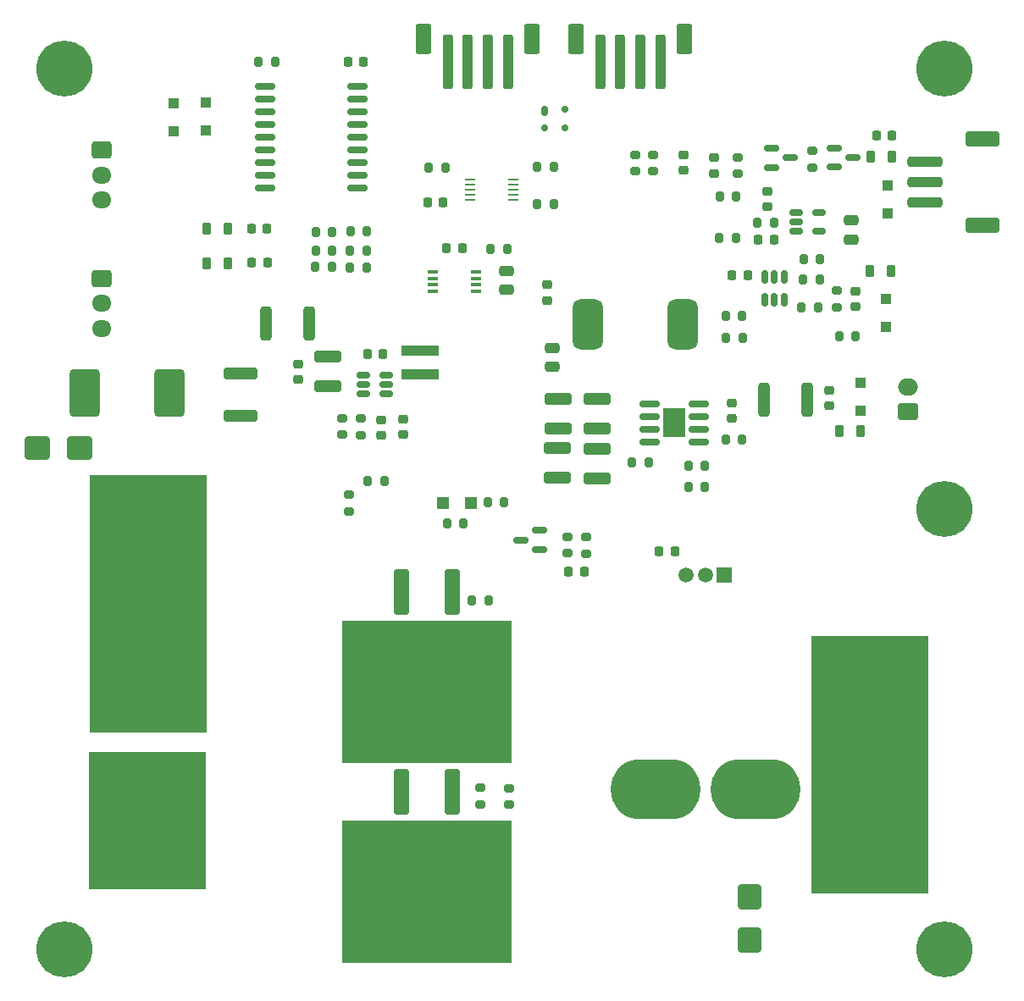
<source format=gbr>
%TF.GenerationSoftware,KiCad,Pcbnew,8.0.5*%
%TF.CreationDate,2024-11-15T14:42:50+00:00*%
%TF.ProjectId,PA_Power_V1,50415f50-6f77-4657-925f-56312e6b6963,rev?*%
%TF.SameCoordinates,Original*%
%TF.FileFunction,Soldermask,Top*%
%TF.FilePolarity,Negative*%
%FSLAX46Y46*%
G04 Gerber Fmt 4.6, Leading zero omitted, Abs format (unit mm)*
G04 Created by KiCad (PCBNEW 8.0.5) date 2024-11-15 14:42:50*
%MOMM*%
%LPD*%
G01*
G04 APERTURE LIST*
G04 Aperture macros list*
%AMRoundRect*
0 Rectangle with rounded corners*
0 $1 Rounding radius*
0 $2 $3 $4 $5 $6 $7 $8 $9 X,Y pos of 4 corners*
0 Add a 4 corners polygon primitive as box body*
4,1,4,$2,$3,$4,$5,$6,$7,$8,$9,$2,$3,0*
0 Add four circle primitives for the rounded corners*
1,1,$1+$1,$2,$3*
1,1,$1+$1,$4,$5*
1,1,$1+$1,$6,$7*
1,1,$1+$1,$8,$9*
0 Add four rect primitives between the rounded corners*
20,1,$1+$1,$2,$3,$4,$5,0*
20,1,$1+$1,$4,$5,$6,$7,0*
20,1,$1+$1,$6,$7,$8,$9,0*
20,1,$1+$1,$8,$9,$2,$3,0*%
%AMHorizOval*
0 Thick line with rounded ends*
0 $1 width*
0 $2 $3 position (X,Y) of the first rounded end (center of the circle)*
0 $4 $5 position (X,Y) of the second rounded end (center of the circle)*
0 Add line between two ends*
20,1,$1,$2,$3,$4,$5,0*
0 Add two circle primitives to create the rounded ends*
1,1,$1,$2,$3*
1,1,$1,$4,$5*%
G04 Aperture macros list end*
%ADD10RoundRect,0.200000X-0.200000X-0.275000X0.200000X-0.275000X0.200000X0.275000X-0.200000X0.275000X0*%
%ADD11RoundRect,0.200000X-0.275000X0.200000X-0.275000X-0.200000X0.275000X-0.200000X0.275000X0.200000X0*%
%ADD12RoundRect,0.218750X-0.218750X-0.381250X0.218750X-0.381250X0.218750X0.381250X-0.218750X0.381250X0*%
%ADD13RoundRect,0.250000X1.450000X-0.312500X1.450000X0.312500X-1.450000X0.312500X-1.450000X-0.312500X0*%
%ADD14RoundRect,0.225000X0.225000X0.250000X-0.225000X0.250000X-0.225000X-0.250000X0.225000X-0.250000X0*%
%ADD15RoundRect,0.150000X-0.587500X-0.150000X0.587500X-0.150000X0.587500X0.150000X-0.587500X0.150000X0*%
%ADD16RoundRect,0.200000X0.200000X0.275000X-0.200000X0.275000X-0.200000X-0.275000X0.200000X-0.275000X0*%
%ADD17RoundRect,0.225000X0.250000X-0.225000X0.250000X0.225000X-0.250000X0.225000X-0.250000X-0.225000X0*%
%ADD18RoundRect,0.250000X-0.475000X0.250000X-0.475000X-0.250000X0.475000X-0.250000X0.475000X0.250000X0*%
%ADD19RoundRect,0.250000X1.500000X-0.250000X1.500000X0.250000X-1.500000X0.250000X-1.500000X-0.250000X0*%
%ADD20RoundRect,0.250001X1.449999X-0.499999X1.449999X0.499999X-1.449999X0.499999X-1.449999X-0.499999X0*%
%ADD21RoundRect,0.250000X1.100000X-0.325000X1.100000X0.325000X-1.100000X0.325000X-1.100000X-0.325000X0*%
%ADD22RoundRect,0.250000X-0.725000X0.600000X-0.725000X-0.600000X0.725000X-0.600000X0.725000X0.600000X0*%
%ADD23O,1.950000X1.700000*%
%ADD24RoundRect,0.150000X-0.512500X-0.150000X0.512500X-0.150000X0.512500X0.150000X-0.512500X0.150000X0*%
%ADD25RoundRect,0.375000X-1.125000X-2.000000X1.125000X-2.000000X1.125000X2.000000X-1.125000X2.000000X0*%
%ADD26R,3.700000X0.980000*%
%ADD27RoundRect,0.150000X-0.825000X-0.150000X0.825000X-0.150000X0.825000X0.150000X-0.825000X0.150000X0*%
%ADD28R,2.290000X3.000000*%
%ADD29RoundRect,0.225000X-0.225000X-0.250000X0.225000X-0.250000X0.225000X0.250000X-0.225000X0.250000X0*%
%ADD30RoundRect,0.200000X0.275000X-0.200000X0.275000X0.200000X-0.275000X0.200000X-0.275000X-0.200000X0*%
%ADD31RoundRect,0.218750X0.218750X0.381250X-0.218750X0.381250X-0.218750X-0.381250X0.218750X-0.381250X0*%
%ADD32RoundRect,0.250000X-1.100000X0.325000X-1.100000X-0.325000X1.100000X-0.325000X1.100000X0.325000X0*%
%ADD33RoundRect,0.400000X-0.400000X1.900000X-0.400000X-1.900000X0.400000X-1.900000X0.400000X1.900000X0*%
%ADD34R,17.000000X14.200000*%
%ADD35RoundRect,0.250000X-0.900000X1.000000X-0.900000X-1.000000X0.900000X-1.000000X0.900000X1.000000X0*%
%ADD36RoundRect,0.250000X0.750000X-0.600000X0.750000X0.600000X-0.750000X0.600000X-0.750000X-0.600000X0*%
%ADD37O,2.000000X1.700000*%
%ADD38R,1.100000X0.250000*%
%ADD39C,1.524000*%
%ADD40C,2.500000*%
%ADD41R,11.800000X25.800000*%
%ADD42RoundRect,0.250000X0.475000X-0.250000X0.475000X0.250000X-0.475000X0.250000X-0.475000X-0.250000X0*%
%ADD43RoundRect,0.225000X-0.250000X0.225000X-0.250000X-0.225000X0.250000X-0.225000X0.250000X0.225000X0*%
%ADD44C,5.600000*%
%ADD45RoundRect,0.250000X-0.300000X0.300000X-0.300000X-0.300000X0.300000X-0.300000X0.300000X0.300000X0*%
%ADD46RoundRect,0.218750X0.256250X-0.218750X0.256250X0.218750X-0.256250X0.218750X-0.256250X-0.218750X0*%
%ADD47R,1.200000X1.200000*%
%ADD48RoundRect,0.750000X0.750000X1.750000X-0.750000X1.750000X-0.750000X-1.750000X0.750000X-1.750000X0*%
%ADD49R,1.500000X1.500000*%
%ADD50C,1.500000*%
%ADD51HorizOval,0.800000X0.000000X0.000000X0.000000X0.000000X0*%
%ADD52HorizOval,0.800000X0.000000X0.000000X0.000000X0.000000X0*%
%ADD53C,0.800000*%
%ADD54O,9.000000X6.000000*%
%ADD55RoundRect,0.150000X-0.150000X0.512500X-0.150000X-0.512500X0.150000X-0.512500X0.150000X0.512500X0*%
%ADD56RoundRect,0.250000X0.300000X-0.300000X0.300000X0.300000X-0.300000X0.300000X-0.300000X-0.300000X0*%
%ADD57RoundRect,0.250000X1.000000X0.900000X-1.000000X0.900000X-1.000000X-0.900000X1.000000X-0.900000X0*%
%ADD58R,1.100000X0.400000*%
%ADD59RoundRect,0.150000X-0.875000X-0.150000X0.875000X-0.150000X0.875000X0.150000X-0.875000X0.150000X0*%
%ADD60RoundRect,0.250000X0.312500X1.450000X-0.312500X1.450000X-0.312500X-1.450000X0.312500X-1.450000X0*%
%ADD61RoundRect,0.250000X-0.250000X-2.500000X0.250000X-2.500000X0.250000X2.500000X-0.250000X2.500000X0*%
%ADD62RoundRect,0.250000X-0.550000X-1.250000X0.550000X-1.250000X0.550000X1.250000X-0.550000X1.250000X0*%
%ADD63RoundRect,0.218750X0.218750X0.256250X-0.218750X0.256250X-0.218750X-0.256250X0.218750X-0.256250X0*%
%ADD64RoundRect,0.150000X0.587500X0.150000X-0.587500X0.150000X-0.587500X-0.150000X0.587500X-0.150000X0*%
%ADD65R,11.800000X13.800000*%
%ADD66RoundRect,0.218750X-0.218750X-0.256250X0.218750X-0.256250X0.218750X0.256250X-0.218750X0.256250X0*%
%ADD67RoundRect,0.175000X-0.175000X-0.325000X0.175000X-0.325000X0.175000X0.325000X-0.175000X0.325000X0*%
%ADD68RoundRect,0.150000X-0.200000X-0.150000X0.200000X-0.150000X0.200000X0.150000X-0.200000X0.150000X0*%
G04 APERTURE END LIST*
D10*
%TO.C,R22*%
X78260000Y-39490000D03*
X79910000Y-39490000D03*
%TD*%
D11*
%TO.C,R6*%
X72580000Y-97865000D03*
X72580000Y-99515000D03*
%TD*%
D12*
%TO.C,L7*%
X111547500Y-46220000D03*
X113672500Y-46220000D03*
%TD*%
D13*
%TO.C,F3*%
X48620000Y-60697500D03*
X48620000Y-56422500D03*
%TD*%
D14*
%TO.C,C11*%
X92015000Y-74250000D03*
X90465000Y-74250000D03*
%TD*%
D15*
%TO.C,Q5*%
X107940000Y-33900000D03*
X107940000Y-35800000D03*
X109815000Y-34850000D03*
%TD*%
D14*
%TO.C,C21*%
X99295000Y-46600000D03*
X97745000Y-46600000D03*
%TD*%
D16*
%TO.C,R27*%
X57730000Y-45800000D03*
X56080000Y-45800000D03*
%TD*%
D17*
%TO.C,C18*%
X107470000Y-59660000D03*
X107470000Y-58110000D03*
%TD*%
D18*
%TO.C,C6*%
X75230000Y-46200000D03*
X75230000Y-48100000D03*
%TD*%
D19*
%TO.C,J9*%
X117060000Y-39310000D03*
X117060000Y-37310000D03*
X117060000Y-35310000D03*
D20*
X122810000Y-41660000D03*
X122810000Y-32960000D03*
%TD*%
D21*
%TO.C,C14*%
X84220000Y-66925000D03*
X84220000Y-63975000D03*
%TD*%
D11*
%TO.C,TH1*%
X75420000Y-97895000D03*
X75420000Y-99545000D03*
%TD*%
D16*
%TO.C,R33*%
X106352500Y-49850000D03*
X104702500Y-49850000D03*
%TD*%
D22*
%TO.C,J6*%
X34760000Y-46950000D03*
D23*
X34760000Y-49450000D03*
X34760000Y-51950000D03*
%TD*%
D24*
%TO.C,U7*%
X104160000Y-40330000D03*
X104160000Y-41280000D03*
X104160000Y-42230000D03*
X106435000Y-42230000D03*
X106435000Y-40330000D03*
%TD*%
D25*
%TO.C,F1*%
X33000000Y-58410000D03*
X41500000Y-58410000D03*
%TD*%
D26*
%TO.C,L1*%
X66600000Y-56570000D03*
X66600000Y-54200000D03*
%TD*%
D27*
%TO.C,U2*%
X89495000Y-59485000D03*
X89495000Y-60755000D03*
X89495000Y-62025000D03*
X89495000Y-63295000D03*
X94445000Y-63295000D03*
X94445000Y-62025000D03*
X94445000Y-60755000D03*
X94445000Y-59485000D03*
D28*
X91970000Y-61390000D03*
%TD*%
D29*
%TO.C,C24*%
X112165000Y-32660000D03*
X113715000Y-32660000D03*
%TD*%
D30*
%TO.C,R24*%
X88110000Y-36215000D03*
X88110000Y-34565000D03*
%TD*%
D10*
%TO.C,R38*%
X108440000Y-52690000D03*
X110090000Y-52690000D03*
%TD*%
D12*
%TO.C,L6*%
X111637500Y-34770000D03*
X113762500Y-34770000D03*
%TD*%
D10*
%TO.C,R3*%
X87735000Y-65360000D03*
X89385000Y-65360000D03*
%TD*%
D31*
%TO.C,L4*%
X47322500Y-41940000D03*
X45197500Y-41940000D03*
%TD*%
D32*
%TO.C,C5*%
X80380000Y-58960000D03*
X80380000Y-61910000D03*
%TD*%
D33*
%TO.C,Q2*%
X69800000Y-78250000D03*
D34*
X67260000Y-88250000D03*
D33*
X64720000Y-78250000D03*
%TD*%
D35*
%TO.C,D6*%
X99520000Y-108790000D03*
X99520000Y-113090000D03*
%TD*%
D16*
%TO.C,R7*%
X73395000Y-79110000D03*
X71745000Y-79110000D03*
%TD*%
D30*
%TO.C,R12*%
X81290000Y-74425000D03*
X81290000Y-72775000D03*
%TD*%
D29*
%TO.C,C13*%
X49755000Y-45340000D03*
X51305000Y-45340000D03*
%TD*%
D17*
%TO.C,C17*%
X79270000Y-49145000D03*
X79270000Y-47595000D03*
%TD*%
D36*
%TO.C,J7*%
X115300000Y-60290000D03*
D37*
X115300000Y-57790000D03*
%TD*%
D16*
%TO.C,R31*%
X57780000Y-44130000D03*
X56130000Y-44130000D03*
%TD*%
D30*
%TO.C,R29*%
X105747500Y-35835000D03*
X105747500Y-34185000D03*
%TD*%
D38*
%TO.C,U5*%
X75870000Y-39070000D03*
X75870000Y-38570000D03*
X75870000Y-38070000D03*
X75870000Y-37570000D03*
X75870000Y-37070000D03*
X71570000Y-37070000D03*
X71570000Y-37570000D03*
X71570000Y-38070000D03*
X71570000Y-38570000D03*
X71570000Y-39070000D03*
%TD*%
D33*
%TO.C,Q1*%
X69800000Y-98250000D03*
D34*
X67260000Y-108250000D03*
D33*
X64720000Y-98250000D03*
%TD*%
D10*
%TO.C,R14*%
X93395000Y-67830000D03*
X95045000Y-67830000D03*
%TD*%
D30*
%TO.C,R9*%
X83180000Y-74445000D03*
X83180000Y-72795000D03*
%TD*%
D39*
%TO.C,J4*%
X107000000Y-96033800D03*
X107000000Y-101533800D03*
X107000000Y-107033800D03*
X107121400Y-84060000D03*
X107121400Y-89560000D03*
X109250000Y-96033800D03*
X109250000Y-101533800D03*
X109250000Y-107033800D03*
X109371400Y-84060000D03*
X109371400Y-89560000D03*
D40*
X109500000Y-98533800D03*
X109500000Y-104533800D03*
X109621400Y-86560000D03*
X109621400Y-92560000D03*
D41*
X111500000Y-95533800D03*
D39*
X111500000Y-96033800D03*
X111500000Y-101533800D03*
X111500000Y-107033800D03*
X111621400Y-84060000D03*
X111621400Y-89560000D03*
X113750000Y-96033800D03*
X113750000Y-101533800D03*
X113750000Y-107033800D03*
X113871400Y-84060000D03*
X113871400Y-89560000D03*
D40*
X114580000Y-98533800D03*
X114580000Y-104533800D03*
X114701400Y-86560000D03*
X114701400Y-92560000D03*
D39*
X116000000Y-96033800D03*
X116000000Y-101533800D03*
X116000000Y-107033800D03*
X116121400Y-84060000D03*
X116121400Y-89560000D03*
%TD*%
D11*
%TO.C,R37*%
X108180000Y-48165000D03*
X108180000Y-49815000D03*
%TD*%
D31*
%TO.C,L3*%
X47382500Y-45410000D03*
X45257500Y-45410000D03*
%TD*%
D29*
%TO.C,C7*%
X61310000Y-54500000D03*
X62860000Y-54500000D03*
%TD*%
D22*
%TO.C,J5*%
X34760000Y-34110000D03*
D23*
X34760000Y-36610000D03*
X34760000Y-39110000D03*
%TD*%
D32*
%TO.C,C4*%
X84220000Y-58980000D03*
X84220000Y-61930000D03*
%TD*%
D10*
%TO.C,R5*%
X69265000Y-71420000D03*
X70915000Y-71420000D03*
%TD*%
%TO.C,R25*%
X96535000Y-38720000D03*
X98185000Y-38720000D03*
%TD*%
D42*
%TO.C,C3*%
X79770000Y-55800000D03*
X79770000Y-53900000D03*
%TD*%
D43*
%TO.C,C2*%
X62690000Y-61060000D03*
X62690000Y-62610000D03*
%TD*%
%TO.C,C20*%
X92877500Y-34570000D03*
X92877500Y-36120000D03*
%TD*%
D16*
%TO.C,R36*%
X57800000Y-42270000D03*
X56150000Y-42270000D03*
%TD*%
%TO.C,R35*%
X61260000Y-42260000D03*
X59610000Y-42260000D03*
%TD*%
D43*
%TO.C,C25*%
X110050000Y-48200000D03*
X110050000Y-49750000D03*
%TD*%
D32*
%TO.C,C9*%
X57320000Y-54745000D03*
X57320000Y-57695000D03*
%TD*%
D15*
%TO.C,Q4*%
X101717500Y-33930000D03*
X101717500Y-35830000D03*
X103592500Y-34880000D03*
%TD*%
D44*
%TO.C,H2*%
X31000000Y-114000000D03*
%TD*%
D11*
%TO.C,R11*%
X60670000Y-60945000D03*
X60670000Y-62595000D03*
%TD*%
D10*
%TO.C,R13*%
X97115000Y-63070000D03*
X98765000Y-63070000D03*
%TD*%
%TO.C,R8*%
X73310000Y-69330000D03*
X74960000Y-69330000D03*
%TD*%
D45*
%TO.C,D11*%
X113160000Y-48960000D03*
X113160000Y-51760000D03*
%TD*%
D16*
%TO.C,R26*%
X61190000Y-45870000D03*
X59540000Y-45870000D03*
%TD*%
D39*
%TO.C,J1*%
X43890000Y-78940000D03*
X43890000Y-73440000D03*
X43890000Y-67940000D03*
X43768600Y-90913800D03*
X43768600Y-85413800D03*
X41640000Y-78940000D03*
X41640000Y-73440000D03*
X41640000Y-67940000D03*
X41518600Y-90913800D03*
X41518600Y-85413800D03*
D40*
X41390000Y-76440000D03*
X41390000Y-70440000D03*
X41268600Y-88413800D03*
X41268600Y-82413800D03*
D41*
X39390000Y-79440000D03*
D39*
X39390000Y-78940000D03*
X39390000Y-73440000D03*
X39390000Y-67940000D03*
X39268600Y-90913800D03*
X39268600Y-85413800D03*
X37140000Y-78940000D03*
X37140000Y-73440000D03*
X37140000Y-67940000D03*
X37018600Y-90913800D03*
X37018600Y-85413800D03*
D40*
X36310000Y-76440000D03*
X36310000Y-70440000D03*
X36188600Y-88413800D03*
X36188600Y-82413800D03*
D39*
X34890000Y-78940000D03*
X34890000Y-73440000D03*
X34890000Y-67940000D03*
X34768600Y-90913800D03*
X34768600Y-85413800D03*
%TD*%
D45*
%TO.C,D12*%
X113270000Y-37640000D03*
X113270000Y-40440000D03*
%TD*%
D10*
%TO.C,R18*%
X97115000Y-50690000D03*
X98765000Y-50690000D03*
%TD*%
D30*
%TO.C,R1*%
X59490000Y-70217500D03*
X59490000Y-68567500D03*
%TD*%
D46*
%TO.C,D10*%
X95937500Y-36447500D03*
X95937500Y-34872500D03*
%TD*%
D47*
%TO.C,D2*%
X68842500Y-69410000D03*
X71642500Y-69410000D03*
%TD*%
D48*
%TO.C,L2*%
X92830000Y-51500000D03*
X83330000Y-51500000D03*
%TD*%
D29*
%TO.C,C16*%
X49725000Y-41990000D03*
X51275000Y-41990000D03*
%TD*%
D10*
%TO.C,R17*%
X97145000Y-52880000D03*
X98795000Y-52880000D03*
%TD*%
D16*
%TO.C,R15*%
X95015000Y-65640000D03*
X93365000Y-65640000D03*
%TD*%
D14*
%TO.C,C15*%
X70765000Y-43950000D03*
X69215000Y-43950000D03*
%TD*%
D12*
%TO.C,L5*%
X108487500Y-62180000D03*
X110612500Y-62180000D03*
%TD*%
D16*
%TO.C,R39*%
X52055000Y-25250000D03*
X50405000Y-25250000D03*
%TD*%
%TO.C,R19*%
X101940000Y-41360000D03*
X100290000Y-41360000D03*
%TD*%
D49*
%TO.C,U4*%
X97000000Y-76620000D03*
D50*
X95090000Y-76620000D03*
X93180000Y-76620000D03*
D51*
X94040000Y-98650000D03*
D52*
X94040000Y-97390000D03*
D53*
X93290000Y-99680000D03*
X93290000Y-96360000D03*
X92090000Y-100070000D03*
X92090000Y-95970000D03*
X90760000Y-100070000D03*
X90760000Y-95970000D03*
D54*
X90090000Y-98020000D03*
D53*
X89420000Y-100070000D03*
X89420000Y-95970000D03*
X88090000Y-100070000D03*
X88090000Y-95970000D03*
X86890000Y-99680000D03*
X86890000Y-96360000D03*
X86140000Y-98650000D03*
X86140000Y-97390000D03*
X104040000Y-98650000D03*
X104040000Y-97390000D03*
X103290000Y-99680000D03*
X103290000Y-96360000D03*
X102090000Y-100070000D03*
X102090000Y-95970000D03*
X100760000Y-100070000D03*
X100760000Y-95970000D03*
D54*
X100090000Y-98020000D03*
D53*
X99420000Y-100070000D03*
X99420000Y-95970000D03*
X98090000Y-100070000D03*
X98090000Y-95970000D03*
X96890000Y-99680000D03*
X96890000Y-96360000D03*
D52*
X96140000Y-98650000D03*
D51*
X96140000Y-97390000D03*
%TD*%
D30*
%TO.C,R21*%
X89820000Y-36215000D03*
X89820000Y-34565000D03*
%TD*%
D55*
%TO.C,U6*%
X102937500Y-46780000D03*
X101987500Y-46780000D03*
X101037500Y-46780000D03*
X101037500Y-49055000D03*
X101987500Y-49055000D03*
X102937500Y-49055000D03*
%TD*%
D56*
%TO.C,D7*%
X110570000Y-60150000D03*
X110570000Y-57350000D03*
%TD*%
D24*
%TO.C,U1*%
X60912500Y-56580000D03*
X60912500Y-57530000D03*
X60912500Y-58480000D03*
X63187500Y-58480000D03*
X63187500Y-57530000D03*
X63187500Y-56580000D03*
%TD*%
D11*
%TO.C,R34*%
X98347500Y-34825000D03*
X98347500Y-36475000D03*
%TD*%
D16*
%TO.C,R30*%
X61190000Y-44160000D03*
X59540000Y-44160000D03*
%TD*%
D56*
%TO.C,D4*%
X45110000Y-32177500D03*
X45110000Y-29377500D03*
%TD*%
D57*
%TO.C,D1*%
X32557500Y-63880000D03*
X28257500Y-63880000D03*
%TD*%
D30*
%TO.C,R10*%
X58780000Y-62575000D03*
X58780000Y-60925000D03*
%TD*%
D18*
%TO.C,C23*%
X109697500Y-41140000D03*
X109697500Y-43040000D03*
%TD*%
D58*
%TO.C,U3*%
X67840000Y-46275000D03*
X67840000Y-46925000D03*
X67840000Y-47575000D03*
X67840000Y-48225000D03*
X72140000Y-48225000D03*
X72140000Y-47575000D03*
X72140000Y-46925000D03*
X72140000Y-46275000D03*
%TD*%
D43*
%TO.C,C10*%
X54370000Y-55505000D03*
X54370000Y-57055000D03*
%TD*%
D16*
%TO.C,R16*%
X69065000Y-35900000D03*
X67415000Y-35900000D03*
%TD*%
D59*
%TO.C,U8*%
X51030000Y-27750000D03*
X51030000Y-29020000D03*
X51030000Y-30290000D03*
X51030000Y-31560000D03*
X51030000Y-32830000D03*
X51030000Y-34100000D03*
X51030000Y-35370000D03*
X51030000Y-36640000D03*
X51030000Y-37910000D03*
X60330000Y-37910000D03*
X60330000Y-36640000D03*
X60330000Y-35370000D03*
X60330000Y-34100000D03*
X60330000Y-32830000D03*
X60330000Y-31560000D03*
X60330000Y-30290000D03*
X60330000Y-29020000D03*
X60330000Y-27750000D03*
%TD*%
D10*
%TO.C,R2*%
X61345000Y-67200000D03*
X62995000Y-67200000D03*
%TD*%
D60*
%TO.C,F2*%
X55447500Y-51450000D03*
X51172500Y-51450000D03*
%TD*%
D44*
%TO.C,H3*%
X119000000Y-26000000D03*
%TD*%
D43*
%TO.C,C22*%
X101317500Y-38245000D03*
X101317500Y-39795000D03*
%TD*%
D14*
%TO.C,C26*%
X60925000Y-25260000D03*
X59375000Y-25260000D03*
%TD*%
D61*
%TO.C,J3*%
X69340000Y-25270000D03*
X71340000Y-25270000D03*
X73340000Y-25270000D03*
X75340000Y-25270000D03*
D62*
X66940000Y-23020000D03*
X77740000Y-23020000D03*
%TD*%
D10*
%TO.C,R28*%
X104872500Y-47080000D03*
X106522500Y-47080000D03*
%TD*%
D14*
%TO.C,C19*%
X68835000Y-39340000D03*
X67285000Y-39340000D03*
%TD*%
D10*
%TO.C,R20*%
X96462500Y-42930000D03*
X98112500Y-42930000D03*
%TD*%
D63*
%TO.C,D3*%
X82997500Y-76240000D03*
X81422500Y-76240000D03*
%TD*%
D64*
%TO.C,Q3*%
X78505000Y-74040000D03*
X78505000Y-72140000D03*
X76630000Y-73090000D03*
%TD*%
D60*
%TO.C,F4*%
X105217500Y-59070000D03*
X100942500Y-59070000D03*
%TD*%
D61*
%TO.C,J8*%
X84570000Y-25250000D03*
X86570000Y-25250000D03*
X88570000Y-25250000D03*
X90570000Y-25250000D03*
D62*
X82170000Y-23000000D03*
X92970000Y-23000000D03*
%TD*%
D17*
%TO.C,C8*%
X97750000Y-60930000D03*
X97750000Y-59380000D03*
%TD*%
D10*
%TO.C,R32*%
X104882500Y-45040000D03*
X106532500Y-45040000D03*
%TD*%
D56*
%TO.C,D5*%
X41930000Y-32270000D03*
X41930000Y-29470000D03*
%TD*%
D10*
%TO.C,R4*%
X73605000Y-43960000D03*
X75255000Y-43960000D03*
%TD*%
D44*
%TO.C,H5*%
X119000000Y-70000000D03*
%TD*%
%TO.C,H4*%
X31000000Y-26000000D03*
%TD*%
D10*
%TO.C,R23*%
X78265000Y-35780000D03*
X79915000Y-35780000D03*
%TD*%
D39*
%TO.C,J2*%
X43830000Y-106670000D03*
X43830000Y-101170000D03*
X43830000Y-95670000D03*
X41580000Y-106670000D03*
X41580000Y-101170000D03*
X41580000Y-95670000D03*
D40*
X41330000Y-104170000D03*
X41330000Y-98170000D03*
D39*
X39330000Y-106670000D03*
X39330000Y-101170000D03*
D65*
X39330000Y-101170000D03*
D39*
X39330000Y-95670000D03*
X37080000Y-106670000D03*
X37080000Y-101170000D03*
X37080000Y-95670000D03*
D40*
X36250000Y-104170000D03*
X36250000Y-98170000D03*
D39*
X34830000Y-106670000D03*
X34830000Y-101170000D03*
X34830000Y-95670000D03*
%TD*%
D43*
%TO.C,C1*%
X64830000Y-60975000D03*
X64830000Y-62525000D03*
%TD*%
D66*
%TO.C,D8*%
X100340000Y-43030000D03*
X101915000Y-43030000D03*
%TD*%
D21*
%TO.C,C12*%
X80300000Y-66830000D03*
X80300000Y-63880000D03*
%TD*%
D44*
%TO.C,H1*%
X119000000Y-114000000D03*
%TD*%
D67*
%TO.C,D9*%
X79020000Y-30200000D03*
D68*
X79020000Y-31900000D03*
X81020000Y-31900000D03*
X81020000Y-30000000D03*
%TD*%
M02*

</source>
